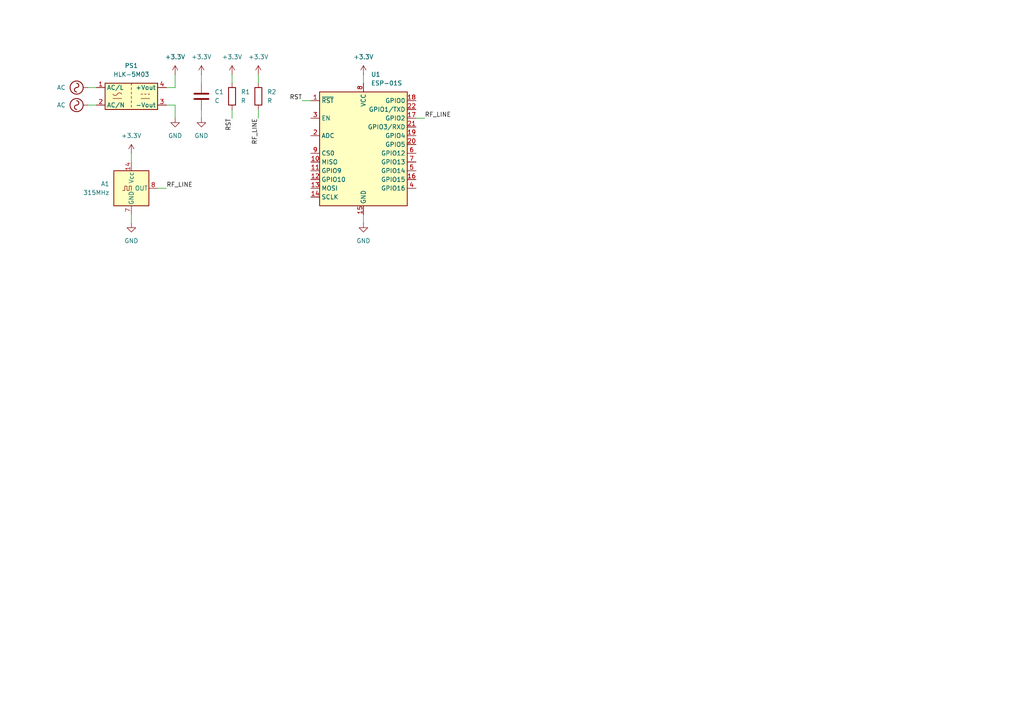
<source format=kicad_sch>
(kicad_sch (version 20231120) (generator "eeschema") (generator_version "8.0")
  (paper "A4")
  (lib_symbols
    (symbol "Converter_ACDC:HLK-5M03"
      (property "Reference" "PS" (at 0 5.08 0))
      (property "Value" "HLK-5M03" (at 0 -5.08 0))
      (symbol "HLK-5M03_0_1"
        (rectangle (start -7.62 3.81) (end 7.62 -3.81) (stroke (width 0.254)) (fill (type background)))
        (arc (start -5.334 0.635) (mid -4.699 0.2495) (end -4.064 0.635))
        (arc (start -2.794 0.635) (mid -3.429 1.0072) (end -4.064 0.635))
        (polyline (pts (xy -5.334 -0.635) (xy -2.794 -0.635)))
        (polyline (pts (xy 0 -2.54) (xy 0 -3.175)))
        (polyline (pts (xy 0 -1.27) (xy 0 -1.905)))
        (polyline (pts (xy 0 0) (xy 0 -0.635)))
        (polyline (pts (xy 0 1.27) (xy 0 0.635)))
        (polyline (pts (xy 0 2.54) (xy 0 1.905)))
        (polyline (pts (xy 0 3.81) (xy 0 3.175)))
        (polyline (pts (xy 2.794 -0.635) (xy 5.334 -0.635)))
        (polyline (pts (xy 2.794 0.635) (xy 3.302 0.635)))
        (polyline (pts (xy 3.81 0.635) (xy 4.318 0.635)))
        (polyline (pts (xy 4.826 0.635) (xy 5.334 0.635)))
      )
      (symbol "HLK-5M03_1_1"
        (pin power_in line (at -10.16 2.54 0) (length 2.54) (name "AC/L") (number "1"))
        (pin power_in line (at -10.16 -2.54 0) (length 2.54) (name "AC/N") (number "2"))
        (pin power_out line (at 10.16 -2.54 180) (length 2.54) (name "-Vout") (number "3"))
        (pin power_out line (at 10.16 2.54 180) (length 2.54) (name "+Vout") (number "4"))
      )
    )
    (symbol "Device:C" (pin_numbers hide) (pin_names (offset 0.254))
      (property "Reference" "C" (at 0.635 2.54 0))
      (property "Value" "C" (at 0.635 -2.54 0))
      (symbol "C_0_1"
        (polyline (pts (xy -2.032 -0.762) (xy 2.032 -0.762)) (stroke (width 0.508)))
        (polyline (pts (xy -2.032 0.762) (xy 2.032 0.762)) (stroke (width 0.508)))
      )
      (symbol "C_1_1"
        (pin passive line (at 0 3.81 270) (length 2.794) (name "~") (number "1"))
        (pin passive line (at 0 -3.81 90) (length 2.794) (name "~") (number "2"))
      )
    )
    (symbol "Device:R" (pin_numbers hide) (pin_names (offset 0))
      (property "Reference" "R" (at 2.032 0 90))
      (property "Value" "R" (at 0 0 90))
      (symbol "R_0_1"
        (rectangle (start -1.016 -2.54) (end 1.016 2.54) (stroke (width 0.254)))
      )
      (symbol "R_1_1"
        (pin passive line (at 0 3.81 270) (length 1.27) (name "~") (number "1"))
        (pin passive line (at 0 -3.81 90) (length 1.27) (name "~") (number "2"))
      )
    )
    (symbol "Oscillator:ACO-xxxMHz" (pin_names (offset 0.254))
      (property "Reference" "X" (at -5.08 6.35 0))
      (property "Value" "ACO-xxxMHz" (at 1.27 -6.35 0))
      (symbol "ACO-xxxMHz_0_1"
        (rectangle (start -5.08 5.08) (end 5.08 -5.08) (stroke (width 0.254)) (fill (type background)))
        (polyline (pts (xy -2.54 -0.635) (xy -1.905 -0.635) (xy -1.905 0.635) (xy -1.27 0.635) (xy -1.27 -0.635) (xy -0.635 -0.635) (xy -0.635 0.635) (xy 0 0.635) (xy 0 -0.635)))
      )
      (symbol "ACO-xxxMHz_1_1"
        (pin no_connect line (at -5.08 2.54 0) (length 2.54) hide (name "NC") (number "1"))
        (pin power_in line (at 0 7.62 270) (length 2.54) (name "Vcc") (number "14"))
        (pin power_in line (at 0 -7.62 90) (length 2.54) (name "GND") (number "7"))
        (pin output line (at 7.62 0 180) (length 2.54) (name "OUT") (number "8"))
      )
    )
    (symbol "RF_Module:ESP-12F"
      (property "Reference" "U" (at -12.7 19.05 0))
      (property "Value" "ESP-12F" (at 12.7 19.05 0))
      (symbol "ESP-12F_0_1"
        (rectangle (start -12.7 17.78) (end 12.7 -15.24) (stroke (width 0.254)) (fill (type background)))
      )
      (symbol "ESP-12F_1_1"
        (pin input line (at -15.24 15.24 0) (length 2.54) (name "~{RST}") (number "1"))
        (pin bidirectional line (at -15.24 -2.54 0) (length 2.54) (name "MISO") (number "10"))
        (pin bidirectional line (at -15.24 -5.08 0) (length 2.54) (name "GPIO9") (number "11"))
        (pin bidirectional line (at -15.24 -7.62 0) (length 2.54) (name "GPIO10") (number "12"))
        (pin bidirectional line (at -15.24 -10.16 0) (length 2.54) (name "MOSI") (number "13"))
        (pin bidirectional line (at -15.24 -12.7 0) (length 2.54) (name "SCLK") (number "14"))
        (pin power_in line (at 0 -17.78 90) (length 2.54) (name "GND") (number "15"))
        (pin bidirectional line (at 15.24 -7.62 180) (length 2.54) (name "GPIO15") (number "16"))
        (pin bidirectional line (at 15.24 10.16 180) (length 2.54) (name "GPIO2") (number "17"))
        (pin bidirectional line (at 15.24 15.24 180) (length 2.54) (name "GPIO0") (number "18"))
        (pin bidirectional line (at 15.24 5.08 180) (length 2.54) (name "GPIO4") (number "19"))
        (pin input line (at -15.24 5.08 0) (length 2.54) (name "ADC") (number "2"))
        (pin bidirectional line (at 15.24 2.54 180) (length 2.54) (name "GPIO5") (number "20"))
        (pin bidirectional line (at 15.24 7.62 180) (length 2.54) (name "GPIO3/RXD") (number "21"))
        (pin bidirectional line (at 15.24 12.7 180) (length 2.54) (name "GPIO1/TXD") (number "22"))
        (pin input line (at -15.24 10.16 0) (length 2.54) (name "EN") (number "3"))
        (pin bidirectional line (at 15.24 -10.16 180) (length 2.54) (name "GPIO16") (number "4"))
        (pin bidirectional line (at 15.24 -5.08 180) (length 2.54) (name "GPIO14") (number "5"))
        (pin bidirectional line (at 15.24 0 180) (length 2.54) (name "GPIO12") (number "6"))
        (pin bidirectional line (at 15.24 -2.54 180) (length 2.54) (name "GPIO13") (number "7"))
        (pin power_in line (at 0 20.32 270) (length 2.54) (name "VCC") (number "8"))
        (pin input line (at -15.24 0 0) (length 2.54) (name "CS0") (number "9"))
      )
    )
    (symbol "power:+3.3V" (power) (pin_numbers hide) (pin_names (offset 0) hide)
      (property "Value" "+3.3V" (at 0 3.556 0))
      (symbol "+3.3V_0_1"
        (polyline (pts (xy -0.762 1.27) (xy 0 2.54)))
        (polyline (pts (xy 0 0) (xy 0 2.54)))
        (polyline (pts (xy 0 2.54) (xy 0.762 1.27)))
      )
      (symbol "+3.3V_1_1"
        (pin power_in line (at 0 0 90) (length 0) (name "~") (number "1"))
      )
    )
    (symbol "power:AC" (power) (pin_numbers hide) (pin_names (offset 0) hide)
      (property "Value" "AC" (at 0 6.35 0))
      (symbol "AC_0_1"
        (polyline (pts (xy 0 0) (xy 0 1.27)))
        (arc (start 0 3.175) (mid -0.635 3.8073) (end -1.27 3.175) (stroke (width 0.254)))
        (arc (start 0 3.175) (mid 0.635 2.5427) (end 1.27 3.175) (stroke (width 0.254)))
        (circle (center 0 3.175) (radius 1.905) (stroke (width 0.254)))
      )
      (symbol "AC_1_1"
        (pin power_in line (at 0 0 90) (length 0) (name "~") (number "1"))
      )
    )
    (symbol "power:GND" (power) (pin_numbers hide) (pin_names (offset 0) hide)
      (property "Value" "GND" (at 0 -3.81 0))
      (symbol "GND_0_1"
        (polyline (pts (xy 0 0) (xy 0 -1.27) (xy 1.27 -1.27) (xy 0 -2.54) (xy -1.27 -1.27) (xy 0 -1.27)))
      )
      (symbol "GND_1_1"
        (pin power_in line (at 0 0 270) (length 0) (name "~") (number "1"))
      )
    )
  )
  (wire (pts (xy 105.41 62.23) (xy 105.41 64.77)))
  (wire (pts (xy 25.4 25.4) (xy 27.94 25.4)))
  (wire (pts (xy 87.63 29.21) (xy 90.17 29.21)))
  (wire (pts (xy 58.42 21.59) (xy 58.42 24.13)))
  (wire (pts (xy 105.41 21.59) (xy 105.41 24.13)))
  (wire (pts (xy 67.31 21.59) (xy 67.31 24.13)))
  (wire (pts (xy 48.26 30.48) (xy 50.8 30.48)))
  (wire (pts (xy 58.42 31.75) (xy 58.42 34.29)))
  (wire (pts (xy 74.93 21.59) (xy 74.93 24.13)))
  (wire (pts (xy 50.8 30.48) (xy 50.8 34.29)))
  (wire (pts (xy 67.31 31.75) (xy 67.31 34.29)))
  (wire (pts (xy 38.1 62.23) (xy 38.1 64.77)))
  (wire (pts (xy 45.72 54.61) (xy 48.26 54.61)))
  (wire (pts (xy 25.4 30.48) (xy 27.94 30.48)))
  (wire (pts (xy 120.65 34.29) (xy 123.19 34.29)))
  (wire (pts (xy 38.1 44.45) (xy 38.1 46.99)))
  (wire (pts (xy 50.8 25.4) (xy 50.8 21.59)))
  (wire (pts (xy 74.93 31.75) (xy 74.93 34.29)))
  (wire (pts (xy 48.26 25.4) (xy 50.8 25.4)))
  (label "RF_LINE" (at 123.19 34.29 0))
  (label "RST" (at 87.63 29.21 180))
  (label "RF_LINE" (at 74.93 34.29 270))
  (label "RST" (at 67.31 34.29 270))
  (label "RF_LINE" (at 48.26 54.61 0))
  (symbol (lib_id "Device:R") (at 67.31 27.94 0) (unit 1)
    (property "Reference" "R1" (at 69.85 26.6699 0) (effects (justify left)))
    (property "Value" "R" (at 69.85 29.2099 0) (effects (justify left)))
    (property "Description" "Resistor" (effects (hide yes)))
  )
  (symbol (lib_id "power:GND") (at 58.42 34.29 0) (unit 1)
    (property "Reference" "#PWR08" (effects (hide yes)))
    (property "Value" "GND" (at 58.42 39.37 0))
    (property "Description" "Power symbol creates a global label with name \"GND\" , ground" (effects (hide yes)))
  )
  (symbol (lib_id "power:+3.3V") (at 74.93 21.59 0) (unit 1)
    (property "Reference" "#PWR06" (effects (hide yes)))
    (property "Value" "+3.3V" (at 74.93 16.51 0))
    (property "Description" "Power symbol creates a global label with name \"+3.3V\"" (effects (hide yes)))
  )
  (symbol (lib_id "power:GND") (at 105.41 64.77 0) (unit 1)
    (property "Reference" "#PWR010" (effects (hide yes)))
    (property "Value" "GND" (at 105.41 69.85 0))
    (property "Description" "Power symbol creates a global label with name \"GND\" , ground" (effects (hide yes)))
  )
  (symbol (lib_id "power:+3.3V") (at 38.1 44.45 0) (unit 1)
    (property "Reference" "#PWR011" (effects (hide yes)))
    (property "Value" "+3.3V" (at 38.1 39.37 0))
    (property "Description" "Power symbol creates a global label with name \"+3.3V\"" (effects (hide yes)))
  )
  (symbol (lib_id "Device:C") (at 58.42 27.94 0) (unit 1)
    (property "Reference" "C1" (at 62.23 26.6699 0) (effects (justify left)))
    (property "Value" "C" (at 62.23 29.2099 0) (effects (justify left)))
    (property "Description" "Unpolarized capacitor" (effects (hide yes)))
  )
  (symbol (lib_id "RF_Module:ESP-12F") (at 105.41 44.45 0) (unit 1)
    (property "Reference" "U1" (at 107.6041 21.59 0) (effects (justify left)))
    (property "Value" "ESP-01S" (at 107.6041 24.13 0) (effects (justify left)))
    (property "Footprint" "RF_Module:ESP-12E" (effects (hide yes)))
    (property "Datasheet" "http://wiki.ai-thinker.com/_media/esp8266/esp8266_series_modules_user_manual_v1.1.pdf" (effects (hide yes)))
    (property "Description" "802.11 b/g/n Wi-Fi Module" (effects (hide yes)))
  )
  (symbol (lib_id "power:+3.3V") (at 50.8 21.59 0) (unit 1)
    (property "Reference" "#PWR03" (effects (hide yes)))
    (property "Value" "+3.3V" (at 50.8 16.51 0))
    (property "Description" "Power symbol creates a global label with name \"+3.3V\"" (effects (hide yes)))
  )
  (symbol (lib_id "Oscillator:ACO-xxxMHz") (at 38.1 54.61 0) (unit 1)
    (property "Reference" "A1" (at 31.75 53.3399 0) (effects (justify right)))
    (property "Value" "315MHz" (at 31.75 55.8799 0) (effects (justify right)))
  )
  (symbol (lib_id "power:+3.3V") (at 67.31 21.59 0) (unit 1)
    (property "Reference" "#PWR05" (effects (hide yes)))
    (property "Value" "+3.3V" (at 67.31 16.51 0))
    (property "Description" "Power symbol creates a global label with name \"+3.3V\"" (effects (hide yes)))
  )
  (symbol (lib_id "power:AC") (at 25.4 25.4 90) (unit 1)
    (property "Reference" "#PWR02" (effects (hide yes)))
    (property "Value" "AC" (at 19.05 25.3999 90) (effects (justify left)))
    (property "Description" "Power symbol creates a global label with name \"AC\"" (effects (hide yes)))
  )
  (symbol (lib_id "power:+3.3V") (at 105.41 21.59 0) (unit 1)
    (property "Reference" "#PWR09" (effects (hide yes)))
    (property "Value" "+3.3V" (at 105.41 16.51 0))
    (property "Description" "Power symbol creates a global label with name \"+3.3V\"" (effects (hide yes)))
  )
  (symbol (lib_id "power:GND") (at 50.8 34.29 0) (unit 1)
    (property "Reference" "#PWR04" (effects (hide yes)))
    (property "Value" "GND" (at 50.8 39.37 0))
    (property "Description" "Power symbol creates a global label with name \"GND\" , ground" (effects (hide yes)))
  )
  (symbol (lib_id "power:GND") (at 38.1 64.77 0) (unit 1)
    (property "Reference" "#PWR012" (effects (hide yes)))
    (property "Value" "GND" (at 38.1 69.85 0))
    (property "Description" "Power symbol creates a global label with name \"GND\" , ground" (effects (hide yes)))
  )
  (symbol (lib_id "power:AC") (at 25.4 30.48 90) (unit 1)
    (property "Reference" "#PWR01" (effects (hide yes)))
    (property "Value" "AC" (at 19.05 30.4799 90) (effects (justify left)))
    (property "Description" "Power symbol creates a global label with name \"AC\"" (effects (hide yes)))
  )
  (symbol (lib_id "power:+3.3V") (at 58.42 21.59 0) (unit 1)
    (property "Reference" "#PWR07" (effects (hide yes)))
    (property "Value" "+3.3V" (at 58.42 16.51 0))
    (property "Description" "Power symbol creates a global label with name \"+3.3V\"" (effects (hide yes)))
  )
  (symbol (lib_id "Converter_ACDC:HLK-5M03") (at 38.1 27.94 0) (unit 1)
    (property "Reference" "PS1" (at 38.1 19.05 0))
    (property "Value" "HLK-5M03" (at 38.1 21.59 0))
    (property "Footprint" "Converter_ACDC:Converter_ACDC_Hi-Link_HLK-5Mxx" (effects (hide yes)))
    (property "Datasheet" "http://h.hlktech.com/download/ACDC%E7%94%B5%E6%BA%90%E6%A8%A1%E5%9D%975W%E7%B3%BB%E5%88%97/1/%E6%B5%B7%E5%87%8C%E7%A7%915W%E7%B3%BB%E5%88%97%E7%94%B5%E6%BA%90%E6%A8%A1%E5%9D%97%E8%A7%84%E6%A0%BC%E4%B9%A6V2.8.pdf" (effects (hide yes)))
    (property "Description" "Compact AC/DC board mount power module 5W, 3.3V 1.5A" (effects (hide yes)))
  )
  (symbol (lib_id "Device:R") (at 74.93 27.94 0) (unit 1)
    (property "Reference" "R2" (at 77.47 26.6699 0) (effects (justify left)))
    (property "Value" "R" (at 77.47 29.2099 0) (effects (justify left)))
    (property "Description" "Resistor" (effects (hide yes)))
  )
)
</source>
